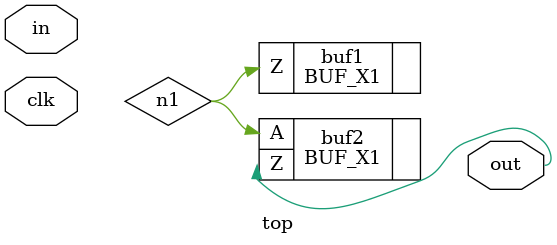
<source format=v>

module top (
  input clk,
  input in,
  output out
);
  wire n1;

  BUF_X1 buf1 (.Z(n1));
  BUF_X1 buf2 (.A(n1), .Z(out));
endmodule

</source>
